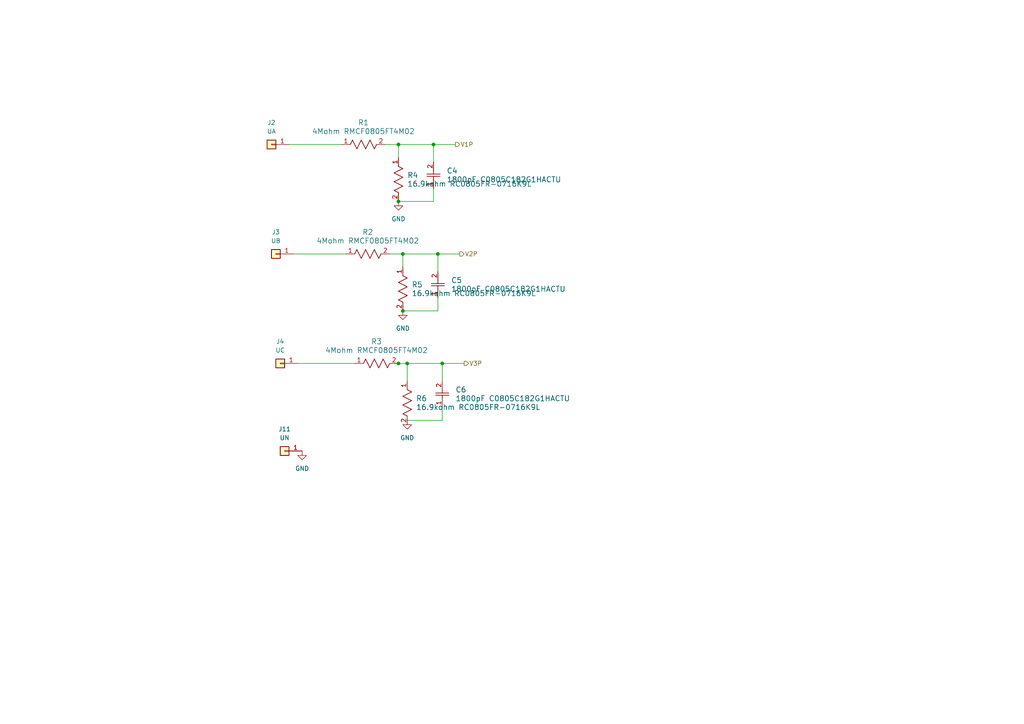
<source format=kicad_sch>
(kicad_sch (version 20231120) (generator "eeschema") (generator_version "8.0")
  (paper "A4")
  (title_block (title "AC Voltage Sense"))
  (lib_symbols
    (symbol "2024-04-10_05-09-13:C0805C182G1HACTU" (pin_names (offset 0.254))
      (property "Reference" "C" (at 3.81 3.81 0))
      (property "Value" "C0805C182G1HACTU" (at 3.81 -3.81 0))
      (symbol "C0805C182G1HACTU_1_1"
        (polyline (pts (xy 2.54 0) (xy 3.4798 0)) (stroke (width 0.2032)))
        (polyline (pts (xy 3.4798 -1.905) (xy 3.4798 1.905)) (stroke (width 0.2032)))
        (polyline (pts (xy 4.1148 -1.905) (xy 4.1148 1.905)) (stroke (width 0.2032)))
        (polyline (pts (xy 4.1148 0) (xy 5.08 0)) (stroke (width 0.2032)))
        (pin unspecified line (at 0 0 0) (length 2.54) (name "") (number "1"))
        (pin unspecified line (at 7.62 0 180) (length 2.54) (name "") (number "2"))
      )
      (symbol "C0805C182G1HACTU_1_2"
        (polyline (pts (xy -1.905 -4.1148) (xy 1.905 -4.1148)) (stroke (width 0.2032)))
        (polyline (pts (xy -1.905 -3.4798) (xy 1.905 -3.4798)) (stroke (width 0.2032)))
        (polyline (pts (xy 0 -4.1148) (xy 0 -5.08)) (stroke (width 0.2032)))
        (polyline (pts (xy 0 -2.54) (xy 0 -3.4798)) (stroke (width 0.2032)))
        (pin unspecified line (at 0 0 270) (length 2.54) (name "") (number "1"))
        (pin unspecified line (at 0 -7.62 90) (length 2.54) (name "") (number "2"))
      )
    )
    (symbol "2024-04-10_23-25-15:RMCF0805FT4M02" (pin_names (offset 0.254))
      (property "Reference" "R" (at 5.715 3.81 0))
      (property "Value" "RMCF0805FT4M02" (at 6.35 -3.81 0))
      (symbol "RMCF0805FT4M02_0_1"
        (polyline (pts (xy 2.54 0) (xy 3.175 1.27)) (stroke (width 0.2032)))
        (polyline (pts (xy 3.175 1.27) (xy 4.445 -1.27)) (stroke (width 0.2032)))
        (polyline (pts (xy 4.445 -1.27) (xy 5.715 1.27)) (stroke (width 0.2032)))
        (polyline (pts (xy 5.715 1.27) (xy 6.985 -1.27)) (stroke (width 0.2032)))
        (polyline (pts (xy 6.985 -1.27) (xy 8.255 1.27)) (stroke (width 0.2032)))
        (polyline (pts (xy 8.255 1.27) (xy 9.525 -1.27)) (stroke (width 0.2032)))
        (polyline (pts (xy 9.525 -1.27) (xy 10.16 0)) (stroke (width 0.2032)))
        (pin unspecified line (at 0 0 0) (length 2.54) (name "") (number "1"))
        (pin unspecified line (at 12.7 0 180) (length 2.54) (name "") (number "2"))
      )
    )
    (symbol "2024-04-10_23-30-45:RC0805FR-0716K9L" (pin_names (offset 0.254))
      (property "Reference" "R" (at 5.715 3.81 0))
      (property "Value" "RC0805FR-0716K9L" (at 6.35 -3.81 0))
      (symbol "RC0805FR-0716K9L_1_1"
        (polyline (pts (xy 2.54 0) (xy 3.175 1.27)) (stroke (width 0.2032)))
        (polyline (pts (xy 3.175 1.27) (xy 4.445 -1.27)) (stroke (width 0.2032)))
        (polyline (pts (xy 4.445 -1.27) (xy 5.715 1.27)) (stroke (width 0.2032)))
        (polyline (pts (xy 5.715 1.27) (xy 6.985 -1.27)) (stroke (width 0.2032)))
        (polyline (pts (xy 6.985 -1.27) (xy 8.255 1.27)) (stroke (width 0.2032)))
        (polyline (pts (xy 8.255 1.27) (xy 9.525 -1.27)) (stroke (width 0.2032)))
        (polyline (pts (xy 9.525 -1.27) (xy 10.16 0)) (stroke (width 0.2032)))
        (pin unspecified line (at 12.7 0 180) (length 2.54) (name "") (number "1"))
        (pin unspecified line (at 0 0 0) (length 2.54) (name "") (number "2"))
      )
      (symbol "RC0805FR-0716K9L_1_2"
        (polyline (pts (xy -1.27 3.175) (xy 1.27 4.445)) (stroke (width 0.2032)))
        (polyline (pts (xy -1.27 5.715) (xy 1.27 6.985)) (stroke (width 0.2032)))
        (polyline (pts (xy -1.27 8.255) (xy 1.27 9.525)) (stroke (width 0.2032)))
        (polyline (pts (xy 0 2.54) (xy -1.27 3.175)) (stroke (width 0.2032)))
        (polyline (pts (xy 1.27 4.445) (xy -1.27 5.715)) (stroke (width 0.2032)))
        (polyline (pts (xy 1.27 6.985) (xy -1.27 8.255)) (stroke (width 0.2032)))
        (polyline (pts (xy 1.27 9.525) (xy 0 10.16)) (stroke (width 0.2032)))
        (pin unspecified line (at 0 12.7 270) (length 2.54) (name "") (number "1"))
        (pin unspecified line (at 0 0 90) (length 2.54) (name "") (number "2"))
      )
    )
    (symbol "Connector_Generic:Conn_01x01" (pin_names (offset 1.016) hide)
      (property "Reference" "J" (at 0 2.54 0))
      (property "Value" "Conn_01x01" (at 0 -2.54 0))
      (symbol "Conn_01x01_1_1"
        (rectangle (start -1.27 0.127) (end 0 -0.127) (stroke (width 0.1524)))
        (rectangle (start -1.27 1.27) (end 1.27 -1.27) (stroke (width 0.254)) (fill (type background)))
        (pin passive line (at -5.08 0 0) (length 3.81) (name "Pin_1") (number "1"))
      )
    )
    (symbol "power:GND" (power) (pin_numbers hide) (pin_names (offset 0) hide)
      (property "Value" "GND" (at 0 -3.81 0))
      (symbol "GND_0_1"
        (polyline (pts (xy 0 0) (xy 0 -1.27) (xy 1.27 -1.27) (xy 0 -2.54) (xy -1.27 -1.27) (xy 0 -1.27)))
      )
      (symbol "GND_1_1"
        (pin power_in line (at 0 0 270) (length 0) (name "~") (number "1"))
      )
    )
  )
  (junction (at 115.57 105.41))
  (junction (at 127 73.66))
  (junction (at 116.84 90.17))
  (junction (at 118.11 105.41))
  (junction (at 115.57 58.42))
  (junction (at 115.57 41.91))
  (junction (at 125.73 41.91))
  (junction (at 116.84 73.66))
  (junction (at 128.27 105.41))
  (wire (pts (xy 116.84 73.66) (xy 116.84 77.47)))
  (wire (pts (xy 113.03 73.66) (xy 116.84 73.66)))
  (wire (pts (xy 125.73 54.61) (xy 125.73 58.42)))
  (wire (pts (xy 128.27 118.11) (xy 128.27 121.92)))
  (wire (pts (xy 118.11 105.41) (xy 118.11 110.49)))
  (wire (pts (xy 127 90.17) (xy 116.84 90.17)))
  (wire (pts (xy 125.73 41.91) (xy 132.08 41.91)))
  (wire (pts (xy 115.57 105.41) (xy 118.11 105.41)))
  (wire (pts (xy 125.73 58.42) (xy 115.57 58.42)))
  (wire (pts (xy 127 86.36) (xy 127 90.17)))
  (wire (pts (xy 128.27 110.49) (xy 128.27 105.41)))
  (wire (pts (xy 86.36 105.41) (xy 102.87 105.41)))
  (wire (pts (xy 114.3 105.41) (xy 115.57 105.41)))
  (wire (pts (xy 125.73 46.99) (xy 125.73 41.91)))
  (wire (pts (xy 83.82 41.91) (xy 99.06 41.91)))
  (wire (pts (xy 127 78.74) (xy 127 73.66)))
  (wire (pts (xy 111.76 41.91) (xy 115.57 41.91)))
  (wire (pts (xy 116.84 73.66) (xy 127 73.66)))
  (wire (pts (xy 127 73.66) (xy 133.35 73.66)))
  (wire (pts (xy 128.27 105.41) (xy 134.62 105.41)))
  (wire (pts (xy 118.11 105.41) (xy 128.27 105.41)))
  (wire (pts (xy 115.57 41.91) (xy 125.73 41.91)))
  (wire (pts (xy 115.57 41.91) (xy 115.57 45.72)))
  (wire (pts (xy 128.27 121.92) (xy 118.11 121.92)))
  (wire (pts (xy 85.09 73.66) (xy 100.33 73.66)))
  (hierarchical_label "V2P" (shape output) (at 133.35 73.66 0))
  (hierarchical_label "V3P" (shape output) (at 134.62 105.41 0))
  (hierarchical_label "V1P" (shape output) (at 132.08 41.91 0))
  (symbol (lib_id "2024-04-10_23-25-15:RMCF0805FT4M02") (at 100.33 73.66 0) (unit 1)
    (property "Reference" "R2" (at 106.68 67.31 0) (effects (font (size 1.524 1.524))))
    (property "Value" "4Mohm RMCF0805FT4M02" (at 106.68 69.85 0) (effects (font (size 1.524 1.524))))
    (property "Footprint" "RES_RMCF0805_STP" (effects (hide yes)))
    (property "Datasheet" "RMCF0805FT4M02" (effects (hide yes)))
  )
  (symbol (lib_id "2024-04-10_05-09-13:C0805C182G1HACTU") (at 127 86.36 90) (unit 1)
    (property "Reference" "C5" (at 130.81 81.2799 90) (effects (font (size 1.524 1.524)) (justify right)))
    (property "Value" "1800pF C0805C182G1HACTU" (at 130.81 83.8199 90) (effects (font (size 1.524 1.524)) (justify right)))
    (property "Footprint" "CAPC220145_100N_KEM" (effects (hide yes)))
    (property "Datasheet" "C0805C182G1HACTU" (effects (hide yes)))
  )
  (symbol (lib_id "2024-04-10_05-09-13:C0805C182G1HACTU") (at 128.27 118.11 90) (unit 1)
    (property "Reference" "C6" (at 132.08 113.0299 90) (effects (font (size 1.524 1.524)) (justify right)))
    (property "Value" "1800pF C0805C182G1HACTU" (at 132.08 115.5699 90) (effects (font (size 1.524 1.524)) (justify right)))
    (property "Footprint" "CAPC220145_100N_KEM" (effects (hide yes)))
    (property "Datasheet" "C0805C182G1HACTU" (effects (hide yes)))
  )
  (symbol (lib_id "Connector_Generic:Conn_01x01") (at 81.28 105.41 180) (unit 1)
    (property "Reference" "J4" (at 81.28 99.06 0))
    (property "Value" "UC" (at 81.28 101.6 0))
    (property "Description" "Generic connector, single row, 01x01, script generated (kicad-library-utils/schlib/autogen/connector/)" (effects (hide yes)))
  )
  (symbol (lib_id "power:GND") (at 116.84 90.17 0) (unit 1)
    (property "Reference" "#PWR013" (effects (hide yes)))
    (property "Value" "GND" (at 116.84 95.25 0))
    (property "Description" "Power symbol creates a global label with name \"GND\" , ground" (effects (hide yes)))
  )
  (symbol (lib_id "power:GND") (at 87.63 130.81 0) (unit 1)
    (property "Reference" "#PWR011" (effects (hide yes)))
    (property "Value" "GND" (at 87.63 135.89 0))
    (property "Description" "Power symbol creates a global label with name \"GND\" , ground" (effects (hide yes)))
  )
  (symbol (lib_id "Connector_Generic:Conn_01x01") (at 82.55 130.81 180) (unit 1)
    (property "Reference" "J11" (at 82.55 124.46 0))
    (property "Value" "UN" (at 82.55 127 0))
    (property "Description" "Generic connector, single row, 01x01, script generated (kicad-library-utils/schlib/autogen/connector/)" (effects (hide yes)))
  )
  (symbol (lib_id "2024-04-10_23-25-15:RMCF0805FT4M02") (at 102.87 105.41 0) (unit 1)
    (property "Reference" "R3" (at 109.22 99.06 0) (effects (font (size 1.524 1.524))))
    (property "Value" "4Mohm RMCF0805FT4M02" (at 109.22 101.6 0) (effects (font (size 1.524 1.524))))
    (property "Footprint" "RES_RMCF0805_STP" (effects (hide yes)))
    (property "Datasheet" "RMCF0805FT4M02" (effects (hide yes)))
  )
  (symbol (lib_id "2024-04-10_23-30-45:RC0805FR-0716K9L") (at 115.57 58.42 90) (unit 1)
    (property "Reference" "R4" (at 118.11 50.7999 90) (effects (font (size 1.524 1.524)) (justify right)))
    (property "Value" "16.9kohm RC0805FR-0716K9L" (at 118.11 53.3399 90) (effects (font (size 1.524 1.524)) (justify right)))
    (property "Footprint" "RC0805N_YAG" (effects (hide yes)))
    (property "Datasheet" "RC0805FR-0716K9L" (effects (hide yes)))
  )
  (symbol (lib_id "Connector_Generic:Conn_01x01") (at 78.74 41.91 180) (unit 1)
    (property "Reference" "J2" (at 78.74 35.56 0))
    (property "Value" "UA" (at 78.74 38.1 0))
    (property "Description" "Generic connector, single row, 01x01, script generated (kicad-library-utils/schlib/autogen/connector/)" (effects (hide yes)))
  )
  (symbol (lib_id "Connector_Generic:Conn_01x01") (at 80.01 73.66 180) (unit 1)
    (property "Reference" "J3" (at 80.01 67.31 0))
    (property "Value" "UB" (at 80.01 69.85 0))
    (property "Description" "Generic connector, single row, 01x01, script generated (kicad-library-utils/schlib/autogen/connector/)" (effects (hide yes)))
  )
  (symbol (lib_id "power:GND") (at 118.11 121.92 0) (unit 1)
    (property "Reference" "#PWR018" (effects (hide yes)))
    (property "Value" "GND" (at 118.11 127 0))
    (property "Description" "Power symbol creates a global label with name \"GND\" , ground" (effects (hide yes)))
  )
  (symbol (lib_id "2024-04-10_23-30-45:RC0805FR-0716K9L") (at 116.84 90.17 90) (unit 1)
    (property "Reference" "R5" (at 119.38 82.5499 90) (effects (font (size 1.524 1.524)) (justify right)))
    (property "Value" "16.9kohm RC0805FR-0716K9L" (at 119.38 85.0899 90) (effects (font (size 1.524 1.524)) (justify right)))
    (property "Footprint" "RC0805N_YAG" (effects (hide yes)))
    (property "Datasheet" "RC0805FR-0716K9L" (effects (hide yes)))
  )
  (symbol (lib_id "2024-04-10_23-30-45:RC0805FR-0716K9L") (at 118.11 123.19 90) (unit 1)
    (property "Reference" "R6" (at 120.65 115.5699 90) (effects (font (size 1.524 1.524)) (justify right)))
    (property "Value" "16.9kohm RC0805FR-0716K9L" (at 120.65 118.1099 90) (effects (font (size 1.524 1.524)) (justify right)))
    (property "Footprint" "RC0805N_YAG" (effects (hide yes)))
    (property "Datasheet" "RC0805FR-0716K9L" (effects (hide yes)))
  )
  (symbol (lib_id "power:GND") (at 115.57 58.42 0) (unit 1)
    (property "Reference" "#PWR012" (effects (hide yes)))
    (property "Value" "GND" (at 115.57 63.5 0))
    (property "Description" "Power symbol creates a global label with name \"GND\" , ground" (effects (hide yes)))
  )
  (symbol (lib_id "2024-04-10_23-25-15:RMCF0805FT4M02") (at 99.06 41.91 0) (unit 1)
    (property "Reference" "R1" (at 105.41 35.56 0) (effects (font (size 1.524 1.524))))
    (property "Value" "4Mohm RMCF0805FT4M02" (at 105.41 38.1 0) (effects (font (size 1.524 1.524))))
    (property "Footprint" "RES_RMCF0805_STP" (effects (hide yes)))
    (property "Datasheet" "RMCF0805FT4M02" (effects (hide yes)))
  )
  (symbol (lib_id "2024-04-10_05-09-13:C0805C182G1HACTU") (at 125.73 54.61 90) (unit 1)
    (property "Reference" "C4" (at 129.54 49.5299 90) (effects (font (size 1.524 1.524)) (justify right)))
    (property "Value" "1800pF C0805C182G1HACTU" (at 129.54 52.0699 90) (effects (font (size 1.524 1.524)) (justify right)))
    (property "Footprint" "CAPC220145_100N_KEM" (effects (hide yes)))
    (property "Datasheet" "C0805C182G1HACTU" (effects (hide yes)))
  )
)
</source>
